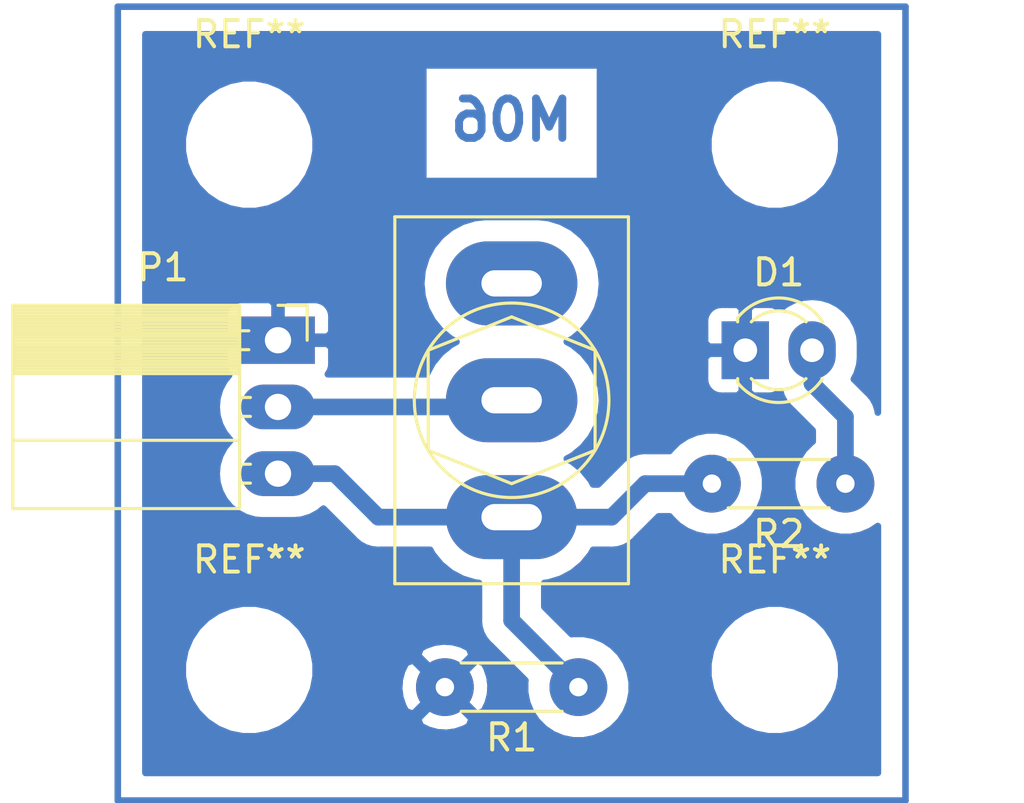
<source format=kicad_pcb>
(kicad_pcb (version 20241229) (generator "pcbnew") (generator_version "9.0")
  (layers (0 "F.Cu" signal) (2 "B.Cu" signal) (13 "F.Paste" user) (15 "B.Paste" user) (5 "F.SilkS" user) (7 "B.SilkS" user) (1 "F.Mask" user) (3 "B.Mask" user) (25 "Edge.Cuts" user))
  (net 0 "")
  (net 1 "GND")
  (net 2 "Net-(P1-Pad2)")
  (net 3 "Net-(P1-Pad3)")
  (net 4 "Net-(D1-Pad2)")
  (net 5 "Net-(SW1-Pad1)")
  (footprint "Mounting_Holes:MountingHole_3.2mm_M3" (layer "F.Cu") (at 51.914 36.138)
    (property "Reference" "REF**" (at 0 -4.2 0) (layer "F.SilkS"))
    (property "Value" "MountingHole_3.2mm_M3")
    (pad "" np_thru_hole circle (at 0 0) (size 3.2 3.2) (drill 3.2) (layers "*.Cu" "*.Mask"))
  )
  (footprint "Mounting_Holes:MountingHole_3.2mm_M3" (layer "F.Cu") (at 71.914 36.138)
    (property "Reference" "REF**" (at 0 -4.2 0) (layer "F.SilkS"))
    (property "Value" "MountingHole_3.2mm_M3")
    (pad "" np_thru_hole circle (at 0 0) (size 3.2 3.2) (drill 3.2) (layers "*.Cu" "*.Mask"))
  )
  (footprint "Mounting_Holes:MountingHole_3.2mm_M3" (layer "F.Cu") (at 71.914 56.138)
    (property "Reference" "REF**" (at 0 -4.2 0) (layer "F.SilkS"))
    (property "Value" "MountingHole_3.2mm_M3")
    (pad "" np_thru_hole circle (at 0 0) (size 3.2 3.2) (drill 3.2) (layers "*.Cu" "*.Mask"))
  )
  (footprint "Mounting_Holes:MountingHole_3.2mm_M3" (layer "F.Cu") (at 51.914 56.138)
    (property "Reference" "REF**" (at 0 -4.2 0) (layer "F.SilkS"))
    (property "Value" "MountingHole_3.2mm_M3")
    (pad "" np_thru_hole circle (at 0 0) (size 3.2 3.2) (drill 3.2) (layers "*.Cu" "*.Mask"))
  )
  (footprint "Connector_PinSocket_2.54mm:PinSocket_1x03_P2.54mm_Horizontal" (layer "F.Cu") (at 53.01 43.584)
    (property "Reference" "P1" (at -4.38 -2.77 0) (layer "F.SilkS"))
    (property "Value" "Conn_01x03")
    (fp_line (start -10.09 -1.33) (end -10.09 6.41) (stroke (width 0.12)) (layer "F.SilkS"))
    (fp_line (start -10.09 -1.33) (end -1.46 -1.33) (stroke (width 0.12)) (layer "F.SilkS"))
    (fp_line (start -10.09 -1.21) (end -1.46 -1.21) (stroke (width 0.12)) (layer "F.SilkS"))
    (fp_line (start -10.09 -1.091905) (end -1.46 -1.091905) (stroke (width 0.12)) (layer "F.SilkS"))
    (fp_line (start -10.09 -0.97381) (end -1.46 -0.97381) (stroke (width 0.12)) (layer "F.SilkS"))
    (fp_line (start -10.09 -0.855715) (end -1.46 -0.855715) (stroke (width 0.12)) (layer "F.SilkS"))
    (fp_line (start -10.09 -0.73762) (end -1.46 -0.73762) (stroke (width 0.12)) (layer "F.SilkS"))
    (fp_line (start -10.09 -0.619525) (end -1.46 -0.619525) (stroke (width 0.12)) (layer "F.SilkS"))
    (fp_line (start -10.09 -0.50143) (end -1.46 -0.50143) (stroke (width 0.12)) (layer "F.SilkS"))
    (fp_line (start -10.09 -0.383335) (end -1.46 -0.383335) (stroke (width 0.12)) (layer "F.SilkS"))
    (fp_line (start -10.09 -0.26524) (end -1.46 -0.26524) (stroke (width 0.12)) (layer "F.SilkS"))
    (fp_line (start -10.09 -0.147145) (end -1.46 -0.147145) (stroke (width 0.12)) (layer "F.SilkS"))
    (fp_line (start -10.09 -0.02905) (end -1.46 -0.02905) (stroke (width 0.12)) (layer "F.SilkS"))
    (fp_line (start -10.09 0.089045) (end -1.46 0.089045) (stroke (width 0.12)) (layer "F.SilkS"))
    (fp_line (start -10.09 0.20714) (end -1.46 0.20714) (stroke (width 0.12)) (layer "F.SilkS"))
    (fp_line (start -10.09 0.325235) (end -1.46 0.325235) (stroke (width 0.12)) (layer "F.SilkS"))
    (fp_line (start -10.09 0.44333) (end -1.46 0.44333) (stroke (width 0.12)) (layer "F.SilkS"))
    (fp_line (start -10.09 0.561425) (end -1.46 0.561425) (stroke (width 0.12)) (layer "F.SilkS"))
    (fp_line (start -10.09 0.67952) (end -1.46 0.67952) (stroke (width 0.12)) (layer "F.SilkS"))
    (fp_line (start -10.09 0.797615) (end -1.46 0.797615) (stroke (width 0.12)) (layer "F.SilkS"))
    (fp_line (start -10.09 0.91571) (end -1.46 0.91571) (stroke (width 0.12)) (layer "F.SilkS"))
    (fp_line (start -10.09 1.033805) (end -1.46 1.033805) (stroke (width 0.12)) (layer "F.SilkS"))
    (fp_line (start -10.09 1.1519) (end -1.46 1.1519) (stroke (width 0.12)) (layer "F.SilkS"))
    (fp_line (start -10.09 1.27) (end -1.46 1.27) (stroke (width 0.12)) (layer "F.SilkS"))
    (fp_line (start -10.09 3.81) (end -1.46 3.81) (stroke (width 0.12)) (layer "F.SilkS"))
    (fp_line (start -10.09 6.41) (end -1.46 6.41) (stroke (width 0.12)) (layer "F.SilkS"))
    (fp_line (start -1.46 -1.33) (end -1.46 6.41) (stroke (width 0.12)) (layer "F.SilkS"))
    (fp_line (start -1.46 -0.36) (end -1.11 -0.36) (stroke (width 0.12)) (layer "F.SilkS"))
    (fp_line (start -1.46 0.36) (end -1.11 0.36) (stroke (width 0.12)) (layer "F.SilkS"))
    (fp_line (start -1.46 2.18) (end -1.05 2.18) (stroke (width 0.12)) (layer "F.SilkS"))
    (fp_line (start -1.46 2.9) (end -1.05 2.9) (stroke (width 0.12)) (layer "F.SilkS"))
    (fp_line (start -1.46 4.72) (end -1.05 4.72) (stroke (width 0.12)) (layer "F.SilkS"))
    (fp_line (start -1.46 5.44) (end -1.05 5.44) (stroke (width 0.12)) (layer "F.SilkS"))
    (fp_line (start 0 -1.33) (end 1.11 -1.33) (stroke (width 0.12)) (layer "F.SilkS"))
    (fp_line (start 1.11 -1.33) (end 1.11 0) (stroke (width 0.12)) (layer "F.SilkS"))
    (pad "1" thru_hole rect (at 0 0) (size 2.8 1.8) (drill 1) (layers "*.Cu" "*.Mask") (net 1 "GND"))
    (pad "2" thru_hole oval (at 0 2.54) (size 2.8 1.7) (drill 1) (layers "*.Cu" "*.Mask") (net 2 "Net-(P1-Pad2)"))
    (pad "3" thru_hole oval (at 0 5.08) (size 2.8 1.7) (drill 1) (layers "*.Cu" "*.Mask") (net 3 "Net-(P1-Pad3)"))
  )
  (footprint "LED_THT:LED_D3.0mm" (layer "F.Cu") (at 70.79 43.965)
    (property "Reference" "D1" (at 1.27 -2.96 0) (layer "F.SilkS"))
    (property "Value" "LED")
    (fp_line (start -0.29 -1.236) (end -0.29 -1.08) (stroke (width 0.12)) (layer "F.SilkS"))
    (fp_line (start -0.29 1.08) (end -0.29 1.236) (stroke (width 0.12)) (layer "F.SilkS"))
    (fp_arc (start -0.29 -1.235516) (mid 1.366487 -1.987659) (end 2.942335 -1.078608) (stroke (width 0.12)) (layer "F.SilkS"))
    (fp_arc (start 0.229039 -1.08) (mid 1.270117 -1.5) (end 2.31113 -1.079837) (stroke (width 0.12)) (layer "F.SilkS"))
    (fp_arc (start 2.31113 1.079837) (mid 1.270117 1.5) (end 0.229039 1.08) (stroke (width 0.12)) (layer "F.SilkS"))
    (fp_arc (start 2.942335 1.078608) (mid 1.366487 1.987659) (end -0.29 1.235516) (stroke (width 0.12)) (layer "F.SilkS"))
    (pad "1" thru_hole rect (at 0 0) (size 1.8 2.2) (drill 0.9) (layers "*.Cu" "*.Mask") (net 1 "GND"))
    (pad "2" thru_hole oval (at 2.54 0) (size 1.8 2.2) (drill 0.9) (layers "*.Cu" "*.Mask") (net 4 "Net-(D1-Pad2)"))
  )
  (footprint "Resistor_THT:R_Axial_DIN0204_L3.6mm_D1.6mm_P5.08mm_Horizontal" (layer "F.Cu") (at 74.6 49.045 180)
    (property "Reference" "R2" (at 2.54 -1.92 0) (layer "F.SilkS"))
    (property "Value" "470")
    (fp_line (start 0.62 0.92) (end 4.46 0.92) (stroke (width 0.12)) (layer "F.SilkS"))
    (fp_line (start 0.62 -0.92) (end 4.46 -0.92) (stroke (width 0.12)) (layer "F.SilkS"))
    (pad "1" thru_hole circle (at 0 0 180) (size 2.2 2.2) (drill 0.7) (layers "*.Cu" "*.Mask") (net 4 "Net-(D1-Pad2)"))
    (pad "2" thru_hole circle (at 5.08 0 180) (size 2.2 2.2) (drill 0.7) (layers "*.Cu" "*.Mask") (net 3 "Net-(P1-Pad3)"))
  )
  (footprint "Button_Switch_THT:SW_Toggle_Blue_wSlots" (layer "F.Cu") (at 61.9 45.87 -90)
    (property "Reference" "SW1" (hide yes))
    (property "Value" "SW_SPDT")
    (fp_line (start -6.985 4.445) (end -6.985 -4.445) (stroke (width 0.12)) (layer "F.SilkS"))
    (fp_line (start 6.985 4.445) (end -6.985 4.445) (stroke (width 0.12)) (layer "F.SilkS"))
    (fp_line (start -1.905 3.175) (end -3.175 0) (stroke (width 0.12)) (layer "F.SilkS"))
    (fp_line (start 1.905 3.175) (end -1.905 3.175) (stroke (width 0.12)) (layer "F.SilkS"))
    (fp_line (start -3.175 0) (end -1.905 -3.175) (stroke (width 0.12)) (layer "F.SilkS"))
    (fp_line (start 3.175 0) (end 1.905 3.175) (stroke (width 0.12)) (layer "F.SilkS"))
    (fp_line (start -1.905 -3.175) (end 1.905 -3.175) (stroke (width 0.12)) (layer "F.SilkS"))
    (fp_line (start 1.905 -3.175) (end 3.175 0) (stroke (width 0.12)) (layer "F.SilkS"))
    (fp_line (start -6.985 -4.445) (end 6.985 -4.445) (stroke (width 0.12)) (layer "F.SilkS"))
    (fp_line (start 6.985 -4.445) (end 6.985 4.445) (stroke (width 0.12)) (layer "F.SilkS"))
    (fp_circle (center 0 0) (end 1.905 3.175) (stroke (width 0.12)) (fill no) (layer "F.SilkS"))
    (pad "1" thru_hole oval (at -4.45 0 270) (size 3.2 5) (drill oval 1 2.3) (layers "*.Cu") (net 5 "Net-(SW1-Pad1)"))
    (pad "2" thru_hole oval (at 0 0 270) (size 3.2 5) (drill oval 1 2.3) (layers "*.Cu") (net 2 "Net-(P1-Pad2)"))
    (pad "3" thru_hole oval (at 4.45 0 270) (size 3.2 5) (drill oval 1 2.3) (layers "*.Cu") (net 3 "Net-(P1-Pad3)"))
  )
  (footprint "Resistor_THT:R_Axial_DIN0204_L3.6mm_D1.6mm_P5.08mm_Horizontal" (layer "F.Cu") (at 64.44 56.792 180)
    (property "Reference" "R1" (at 2.54 -1.92 0) (layer "F.SilkS"))
    (property "Value" "10K")
    (fp_line (start 0.62 0.92) (end 4.46 0.92) (stroke (width 0.12)) (layer "F.SilkS"))
    (fp_line (start 0.62 -0.92) (end 4.46 -0.92) (stroke (width 0.12)) (layer "F.SilkS"))
    (pad "1" thru_hole circle (at 0 0 180) (size 2.2 2.2) (drill 0.7) (layers "*.Cu" "*.Mask") (net 3 "Net-(P1-Pad3)"))
    (pad "2" thru_hole circle (at 5.08 0 180) (size 2.2 2.2) (drill 0.7) (layers "*.Cu" "*.Mask") (net 1 "GND"))
  )
  (gr_text "M06" (at 61.9 35.202 0) (layer "B.Cu") (effects (font (size 1.5 1.5) (thickness 0.3)) (justify mirror)))
  (segment (start 76.886 30.884) (end 46.914 30.884) (width 0.25) (layer "B.Cu") (net 0))
  (segment (start 76.886 61.11) (end 76.886 30.884) (width 0.25) (layer "B.Cu") (net 0))
  (segment (start 46.914 30.884) (end 46.914 61.11) (width 0.25) (layer "B.Cu") (net 0))
  (segment (start 46.914 61.11) (end 76.886 61.11) (width 0.25) (layer "B.Cu") (net 0))
  (segment (start 61.646 46.124) (end 61.9 45.87) (width 0.635) (layer "B.Cu") (net 2))
  (segment (start 53.01 46.124) (end 61.646 46.124) (width 0.635) (layer "B.Cu") (net 2))
  (segment (start 61.9 50.32) (end 61.905 50.32) (width 0.635) (layer "B.Cu") (net 3))
  (segment (start 53.01 48.664) (end 55.169 48.664) (width 0.635) (layer "B.Cu") (net 3))
  (segment (start 66.98 49.045) (end 69.52 49.045) (width 0.635) (layer "B.Cu") (net 3))
  (segment (start 61.9 50.32) (end 65.705 50.32) (width 0.635) (layer "B.Cu") (net 3))
  (segment (start 61.9 54.252) (end 64.44 56.792) (width 0.635) (layer "B.Cu") (net 3))
  (segment (start 56.825 50.32) (end 61.9 50.32) (width 0.635) (layer "B.Cu") (net 3))
  (segment (start 55.169 48.664) (end 56.825 50.32) (width 0.635) (layer "B.Cu") (net 3))
  (segment (start 61.9 50.32) (end 61.9 54.252) (width 0.635) (layer "B.Cu") (net 3))
  (segment (start 65.705 50.32) (end 66.98 49.045) (width 0.635) (layer "B.Cu") (net 3))
  (segment (start 74.6 46.505) (end 74.6 49.045) (width 0.635) (layer "B.Cu") (net 4))
  (segment (start 73.33 43.965) (end 73.33 45.235) (width 0.635) (layer "B.Cu") (net 4))
  (segment (start 73.33 45.235) (end 74.6 46.505) (width 0.635) (layer "B.Cu") (net 4))
  (zone (net 1) (net_name "GND") (layer "B.Cu") (connect_pads (clearance 0.8128)) (min_thickness 0.254) (fill yes (thermal_gap 0.508) (thermal_bridge_width 0.508))
    (polygon (pts (xy 76.886 60.856) (xy 46.914 60.602) (xy 46.914 30.63) (xy 76.886 30.63)))
  )
  (zone (net 1) (net_name "GND") (layer "B.Cu") (connect_pads (clearance 0.8)) (min_thickness 0.254) (fill yes (thermal_gap 0.508) (thermal_bridge_width 0.508))
    (polygon (pts (xy 76.886 61.11) (xy 46.914 61.11) (xy 46.914 30.884) (xy 76.886 30.884)))
  )
)
</source>
